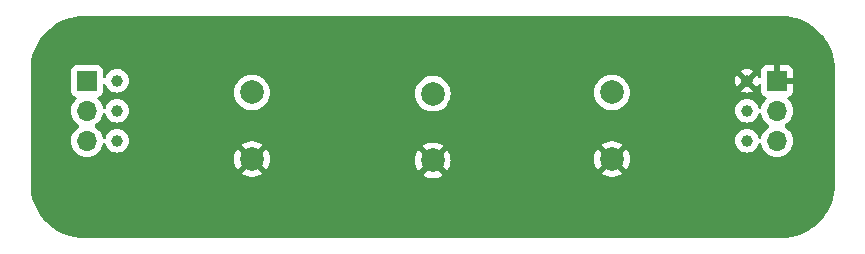
<source format=gbr>
%TF.GenerationSoftware,KiCad,Pcbnew,8.0.1*%
%TF.CreationDate,2024-08-17T00:08:37+01:00*%
%TF.ProjectId,ProjectALIENExpansionDemoButtons,50726f6a-6563-4744-914c-49454e457870,rev?*%
%TF.SameCoordinates,Original*%
%TF.FileFunction,Copper,L2,Bot*%
%TF.FilePolarity,Positive*%
%FSLAX46Y46*%
G04 Gerber Fmt 4.6, Leading zero omitted, Abs format (unit mm)*
G04 Created by KiCad (PCBNEW 8.0.1) date 2024-08-17 00:08:37*
%MOMM*%
%LPD*%
G01*
G04 APERTURE LIST*
%TA.AperFunction,ComponentPad*%
%ADD10C,2.000000*%
%TD*%
%TA.AperFunction,ComponentPad*%
%ADD11C,1.000000*%
%TD*%
%TA.AperFunction,ComponentPad*%
%ADD12R,1.700000X1.700000*%
%TD*%
%TA.AperFunction,ComponentPad*%
%ADD13O,1.700000X1.700000*%
%TD*%
G04 APERTURE END LIST*
D10*
%TO.P,SW3,1,1*%
%TO.N,D13*%
X153670000Y-126715000D03*
%TO.P,SW3,2,2*%
%TO.N,GND*%
X153670000Y-132365000D03*
%TD*%
%TO.P,SW2,1,1*%
%TO.N,D12*%
X138500000Y-126815000D03*
%TO.P,SW2,2,2*%
%TO.N,GND*%
X138500000Y-132465000D03*
%TD*%
%TO.P,SW1,1,1*%
%TO.N,D11*%
X123190000Y-126715000D03*
%TO.P,SW1,2,2*%
%TO.N,GND*%
X123190000Y-132365000D03*
%TD*%
D11*
%TO.P,TP2,1,1*%
%TO.N,D12*%
X111760000Y-128270000D03*
%TD*%
%TO.P,TP5,1,1*%
%TO.N,+3.3V*%
X165100000Y-128270000D03*
%TD*%
%TO.P,TP3,1,1*%
%TO.N,D13*%
X111760000Y-130810000D03*
%TD*%
%TO.P,TP4,1,1*%
%TO.N,GND*%
X165100000Y-125730000D03*
%TD*%
%TO.P,TP6,1,1*%
%TO.N,+5V*%
X165100000Y-130810000D03*
%TD*%
%TO.P,TP1,1,1*%
%TO.N,D11*%
X111760000Y-125730000D03*
%TD*%
D12*
%TO.P,J1,1,Pin_1*%
%TO.N,D11*%
X109220000Y-125730000D03*
D13*
%TO.P,J1,2,Pin_2*%
%TO.N,D12*%
X109220000Y-128270000D03*
%TO.P,J1,3,Pin_3*%
%TO.N,D13*%
X109220000Y-130810000D03*
%TD*%
D12*
%TO.P,J2,1,Pin_1*%
%TO.N,GND*%
X167640000Y-125730000D03*
D13*
%TO.P,J2,2,Pin_2*%
%TO.N,+3.3V*%
X167640000Y-128270000D03*
%TO.P,J2,3,Pin_3*%
%TO.N,+5V*%
X167640000Y-130810000D03*
%TD*%
%TA.AperFunction,Conductor*%
%TO.N,GND*%
G36*
X168052702Y-120250617D02*
G01*
X168436771Y-120267386D01*
X168447506Y-120268326D01*
X168825971Y-120318152D01*
X168836597Y-120320025D01*
X169209284Y-120402648D01*
X169219710Y-120405442D01*
X169583765Y-120520227D01*
X169593911Y-120523920D01*
X169946578Y-120670000D01*
X169956369Y-120674566D01*
X170294942Y-120850816D01*
X170304310Y-120856224D01*
X170626244Y-121061318D01*
X170635105Y-121067523D01*
X170937930Y-121299889D01*
X170946217Y-121306843D01*
X171227635Y-121564715D01*
X171235284Y-121572364D01*
X171493156Y-121853782D01*
X171500110Y-121862069D01*
X171732476Y-122164894D01*
X171738681Y-122173755D01*
X171943775Y-122495689D01*
X171949183Y-122505057D01*
X172125430Y-122843623D01*
X172130002Y-122853427D01*
X172276075Y-123206078D01*
X172279775Y-123216244D01*
X172394554Y-123580278D01*
X172397354Y-123590727D01*
X172479971Y-123963389D01*
X172481849Y-123974042D01*
X172531671Y-124352473D01*
X172532614Y-124363249D01*
X172549382Y-124747297D01*
X172549500Y-124752706D01*
X172549500Y-134527293D01*
X172549382Y-134532702D01*
X172532614Y-134916750D01*
X172531671Y-134927526D01*
X172481849Y-135305957D01*
X172479971Y-135316610D01*
X172397354Y-135689272D01*
X172394554Y-135699721D01*
X172279775Y-136063755D01*
X172276075Y-136073921D01*
X172130002Y-136426572D01*
X172125430Y-136436376D01*
X171949183Y-136774942D01*
X171943775Y-136784310D01*
X171738681Y-137106244D01*
X171732476Y-137115105D01*
X171500110Y-137417930D01*
X171493156Y-137426217D01*
X171235284Y-137707635D01*
X171227635Y-137715284D01*
X170946217Y-137973156D01*
X170937930Y-137980110D01*
X170635105Y-138212476D01*
X170626244Y-138218681D01*
X170304310Y-138423775D01*
X170294942Y-138429183D01*
X169956376Y-138605430D01*
X169946572Y-138610002D01*
X169593921Y-138756075D01*
X169583755Y-138759775D01*
X169219721Y-138874554D01*
X169209272Y-138877354D01*
X168836610Y-138959971D01*
X168825957Y-138961849D01*
X168447526Y-139011671D01*
X168436750Y-139012614D01*
X168052703Y-139029382D01*
X168047294Y-139029500D01*
X108952706Y-139029500D01*
X108947297Y-139029382D01*
X108563249Y-139012614D01*
X108552473Y-139011671D01*
X108174042Y-138961849D01*
X108163389Y-138959971D01*
X107790727Y-138877354D01*
X107780278Y-138874554D01*
X107416244Y-138759775D01*
X107406078Y-138756075D01*
X107053427Y-138610002D01*
X107043623Y-138605430D01*
X106705057Y-138429183D01*
X106695689Y-138423775D01*
X106373755Y-138218681D01*
X106364894Y-138212476D01*
X106062069Y-137980110D01*
X106053782Y-137973156D01*
X105772364Y-137715284D01*
X105764715Y-137707635D01*
X105506843Y-137426217D01*
X105499889Y-137417930D01*
X105267523Y-137115105D01*
X105261318Y-137106244D01*
X105056224Y-136784310D01*
X105050816Y-136774942D01*
X104874569Y-136436376D01*
X104869997Y-136426572D01*
X104723924Y-136073921D01*
X104720224Y-136063755D01*
X104605442Y-135699710D01*
X104602648Y-135689284D01*
X104520025Y-135316597D01*
X104518152Y-135305971D01*
X104468326Y-134927506D01*
X104467386Y-134916771D01*
X104450618Y-134532702D01*
X104450500Y-134527293D01*
X104450500Y-132365005D01*
X121684859Y-132365005D01*
X121705385Y-132612729D01*
X121705387Y-132612738D01*
X121766412Y-132853717D01*
X121866266Y-133081364D01*
X121966564Y-133234882D01*
X122666212Y-132535234D01*
X122677482Y-132577292D01*
X122749890Y-132702708D01*
X122852292Y-132805110D01*
X122977708Y-132877518D01*
X123019765Y-132888787D01*
X122319942Y-133588609D01*
X122366768Y-133625055D01*
X122366770Y-133625056D01*
X122585385Y-133743364D01*
X122585396Y-133743369D01*
X122820506Y-133824083D01*
X123065707Y-133865000D01*
X123314293Y-133865000D01*
X123559493Y-133824083D01*
X123794603Y-133743369D01*
X123794614Y-133743364D01*
X124013228Y-133625057D01*
X124013231Y-133625055D01*
X124060056Y-133588609D01*
X123360234Y-132888787D01*
X123402292Y-132877518D01*
X123527708Y-132805110D01*
X123630110Y-132702708D01*
X123702518Y-132577292D01*
X123713787Y-132535235D01*
X124413434Y-133234882D01*
X124513731Y-133081369D01*
X124613587Y-132853717D01*
X124674612Y-132612738D01*
X124674614Y-132612729D01*
X124686855Y-132465005D01*
X136994859Y-132465005D01*
X137015385Y-132712729D01*
X137015387Y-132712738D01*
X137076412Y-132953717D01*
X137176266Y-133181364D01*
X137276564Y-133334882D01*
X137976212Y-132635234D01*
X137987482Y-132677292D01*
X138059890Y-132802708D01*
X138162292Y-132905110D01*
X138287708Y-132977518D01*
X138329765Y-132988787D01*
X137629942Y-133688609D01*
X137676768Y-133725055D01*
X137676770Y-133725056D01*
X137895385Y-133843364D01*
X137895396Y-133843369D01*
X138130506Y-133924083D01*
X138375707Y-133965000D01*
X138624293Y-133965000D01*
X138869493Y-133924083D01*
X139104603Y-133843369D01*
X139104614Y-133843364D01*
X139323228Y-133725057D01*
X139323231Y-133725055D01*
X139370056Y-133688609D01*
X138670234Y-132988787D01*
X138712292Y-132977518D01*
X138837708Y-132905110D01*
X138940110Y-132802708D01*
X139012518Y-132677292D01*
X139023787Y-132635235D01*
X139723434Y-133334882D01*
X139823731Y-133181369D01*
X139923587Y-132953717D01*
X139984612Y-132712738D01*
X139984614Y-132712729D01*
X140005141Y-132465005D01*
X140005141Y-132464994D01*
X139996856Y-132365005D01*
X152164859Y-132365005D01*
X152185385Y-132612729D01*
X152185387Y-132612738D01*
X152246412Y-132853717D01*
X152346266Y-133081364D01*
X152446564Y-133234882D01*
X153146212Y-132535234D01*
X153157482Y-132577292D01*
X153229890Y-132702708D01*
X153332292Y-132805110D01*
X153457708Y-132877518D01*
X153499765Y-132888787D01*
X152799942Y-133588609D01*
X152846768Y-133625055D01*
X152846770Y-133625056D01*
X153065385Y-133743364D01*
X153065396Y-133743369D01*
X153300506Y-133824083D01*
X153545707Y-133865000D01*
X153794293Y-133865000D01*
X154039493Y-133824083D01*
X154274603Y-133743369D01*
X154274614Y-133743364D01*
X154493228Y-133625057D01*
X154493231Y-133625055D01*
X154540056Y-133588609D01*
X153840234Y-132888787D01*
X153882292Y-132877518D01*
X154007708Y-132805110D01*
X154110110Y-132702708D01*
X154182518Y-132577292D01*
X154193787Y-132535235D01*
X154893434Y-133234882D01*
X154993731Y-133081369D01*
X155093587Y-132853717D01*
X155154612Y-132612738D01*
X155154614Y-132612729D01*
X155175141Y-132365005D01*
X155175141Y-132364994D01*
X155154614Y-132117270D01*
X155154612Y-132117261D01*
X155093587Y-131876282D01*
X154993731Y-131648630D01*
X154893434Y-131495116D01*
X154193787Y-132194764D01*
X154182518Y-132152708D01*
X154110110Y-132027292D01*
X154007708Y-131924890D01*
X153882292Y-131852482D01*
X153840235Y-131841212D01*
X154540057Y-131141390D01*
X154540056Y-131141389D01*
X154493229Y-131104943D01*
X154274614Y-130986635D01*
X154274603Y-130986630D01*
X154039493Y-130905916D01*
X153794293Y-130865000D01*
X153545707Y-130865000D01*
X153300506Y-130905916D01*
X153065396Y-130986630D01*
X153065390Y-130986632D01*
X152846761Y-131104949D01*
X152799942Y-131141388D01*
X152799942Y-131141390D01*
X153499765Y-131841212D01*
X153457708Y-131852482D01*
X153332292Y-131924890D01*
X153229890Y-132027292D01*
X153157482Y-132152708D01*
X153146212Y-132194764D01*
X152446564Y-131495116D01*
X152346267Y-131648632D01*
X152246412Y-131876282D01*
X152185387Y-132117261D01*
X152185385Y-132117270D01*
X152164859Y-132364994D01*
X152164859Y-132365005D01*
X139996856Y-132365005D01*
X139984614Y-132217270D01*
X139984612Y-132217261D01*
X139923587Y-131976282D01*
X139823731Y-131748630D01*
X139723434Y-131595116D01*
X139023787Y-132294764D01*
X139012518Y-132252708D01*
X138940110Y-132127292D01*
X138837708Y-132024890D01*
X138712292Y-131952482D01*
X138670235Y-131941212D01*
X139370057Y-131241390D01*
X139370056Y-131241389D01*
X139323229Y-131204943D01*
X139104614Y-131086635D01*
X139104603Y-131086630D01*
X138869493Y-131005916D01*
X138624293Y-130965000D01*
X138375707Y-130965000D01*
X138130506Y-131005916D01*
X137895396Y-131086630D01*
X137895390Y-131086632D01*
X137676761Y-131204949D01*
X137629942Y-131241388D01*
X137629942Y-131241390D01*
X138329765Y-131941212D01*
X138287708Y-131952482D01*
X138162292Y-132024890D01*
X138059890Y-132127292D01*
X137987482Y-132252708D01*
X137976212Y-132294764D01*
X137276564Y-131595116D01*
X137176267Y-131748632D01*
X137076412Y-131976282D01*
X137015387Y-132217261D01*
X137015385Y-132217270D01*
X136994859Y-132464994D01*
X136994859Y-132465005D01*
X124686855Y-132465005D01*
X124695141Y-132365005D01*
X124695141Y-132364994D01*
X124674614Y-132117270D01*
X124674612Y-132117261D01*
X124613587Y-131876282D01*
X124513731Y-131648630D01*
X124413434Y-131495116D01*
X123713787Y-132194764D01*
X123702518Y-132152708D01*
X123630110Y-132027292D01*
X123527708Y-131924890D01*
X123402292Y-131852482D01*
X123360235Y-131841212D01*
X124060057Y-131141390D01*
X124060056Y-131141389D01*
X124013229Y-131104943D01*
X123794614Y-130986635D01*
X123794603Y-130986630D01*
X123559493Y-130905916D01*
X123314293Y-130865000D01*
X123065707Y-130865000D01*
X122820506Y-130905916D01*
X122585396Y-130986630D01*
X122585390Y-130986632D01*
X122366761Y-131104949D01*
X122319942Y-131141388D01*
X122319942Y-131141390D01*
X123019765Y-131841212D01*
X122977708Y-131852482D01*
X122852292Y-131924890D01*
X122749890Y-132027292D01*
X122677482Y-132152708D01*
X122666212Y-132194764D01*
X121966564Y-131495116D01*
X121866267Y-131648632D01*
X121766412Y-131876282D01*
X121705387Y-132117261D01*
X121705385Y-132117270D01*
X121684859Y-132364994D01*
X121684859Y-132365005D01*
X104450500Y-132365005D01*
X104450500Y-130810000D01*
X107864341Y-130810000D01*
X107884936Y-131045403D01*
X107884938Y-131045413D01*
X107946094Y-131273655D01*
X107946096Y-131273659D01*
X107946097Y-131273663D01*
X107990338Y-131368538D01*
X108045965Y-131487830D01*
X108045967Y-131487834D01*
X108154281Y-131642521D01*
X108181505Y-131681401D01*
X108348599Y-131848495D01*
X108388283Y-131876282D01*
X108542165Y-131984032D01*
X108542167Y-131984033D01*
X108542170Y-131984035D01*
X108756337Y-132083903D01*
X108984592Y-132145063D01*
X109172918Y-132161539D01*
X109219999Y-132165659D01*
X109220000Y-132165659D01*
X109220001Y-132165659D01*
X109259234Y-132162226D01*
X109455408Y-132145063D01*
X109683663Y-132083903D01*
X109897830Y-131984035D01*
X110091401Y-131848495D01*
X110258495Y-131681401D01*
X110394035Y-131487830D01*
X110493903Y-131273663D01*
X110550940Y-131060795D01*
X110587303Y-131001137D01*
X110650150Y-130970607D01*
X110719526Y-130978901D01*
X110773404Y-131023386D01*
X110789374Y-131056894D01*
X110831186Y-131194728D01*
X110924086Y-131368532D01*
X110924090Y-131368539D01*
X111049116Y-131520883D01*
X111201460Y-131645909D01*
X111201467Y-131645913D01*
X111375266Y-131738811D01*
X111375269Y-131738811D01*
X111375273Y-131738814D01*
X111563868Y-131796024D01*
X111760000Y-131815341D01*
X111956132Y-131796024D01*
X112144727Y-131738814D01*
X112318538Y-131645910D01*
X112470883Y-131520883D01*
X112595910Y-131368538D01*
X112683350Y-131204949D01*
X112688811Y-131194733D01*
X112688813Y-131194728D01*
X112688814Y-131194727D01*
X112746024Y-131006132D01*
X112765341Y-130810000D01*
X164094659Y-130810000D01*
X164113975Y-131006129D01*
X164171188Y-131194733D01*
X164264086Y-131368532D01*
X164264090Y-131368539D01*
X164389116Y-131520883D01*
X164541460Y-131645909D01*
X164541467Y-131645913D01*
X164715266Y-131738811D01*
X164715269Y-131738811D01*
X164715273Y-131738814D01*
X164903868Y-131796024D01*
X165100000Y-131815341D01*
X165296132Y-131796024D01*
X165484727Y-131738814D01*
X165658538Y-131645910D01*
X165810883Y-131520883D01*
X165935910Y-131368538D01*
X166023350Y-131204949D01*
X166028812Y-131194731D01*
X166028813Y-131194728D01*
X166028814Y-131194727D01*
X166070626Y-131056891D01*
X166108922Y-130998456D01*
X166172734Y-130970000D01*
X166241801Y-130980560D01*
X166294194Y-131026784D01*
X166309060Y-131060797D01*
X166366094Y-131273655D01*
X166366096Y-131273659D01*
X166366097Y-131273663D01*
X166410338Y-131368538D01*
X166465965Y-131487830D01*
X166465967Y-131487834D01*
X166574281Y-131642521D01*
X166601505Y-131681401D01*
X166768599Y-131848495D01*
X166808283Y-131876282D01*
X166962165Y-131984032D01*
X166962167Y-131984033D01*
X166962170Y-131984035D01*
X167176337Y-132083903D01*
X167404592Y-132145063D01*
X167592918Y-132161539D01*
X167639999Y-132165659D01*
X167640000Y-132165659D01*
X167640001Y-132165659D01*
X167679234Y-132162226D01*
X167875408Y-132145063D01*
X168103663Y-132083903D01*
X168317830Y-131984035D01*
X168511401Y-131848495D01*
X168678495Y-131681401D01*
X168814035Y-131487830D01*
X168913903Y-131273663D01*
X168975063Y-131045408D01*
X168995659Y-130810000D01*
X168975063Y-130574592D01*
X168913903Y-130346337D01*
X168814035Y-130132171D01*
X168790891Y-130099117D01*
X168678494Y-129938597D01*
X168511402Y-129771506D01*
X168511396Y-129771501D01*
X168325842Y-129641575D01*
X168282217Y-129586998D01*
X168275023Y-129517500D01*
X168306546Y-129455145D01*
X168325842Y-129438425D01*
X168348026Y-129422891D01*
X168511401Y-129308495D01*
X168678495Y-129141401D01*
X168814035Y-128947830D01*
X168913903Y-128733663D01*
X168975063Y-128505408D01*
X168995659Y-128270000D01*
X168975063Y-128034592D01*
X168913903Y-127806337D01*
X168814035Y-127592171D01*
X168790890Y-127559117D01*
X168678496Y-127398600D01*
X168621082Y-127341186D01*
X168556179Y-127276283D01*
X168522696Y-127214963D01*
X168527680Y-127145271D01*
X168569551Y-127089337D01*
X168600529Y-127072422D01*
X168732086Y-127023354D01*
X168732093Y-127023350D01*
X168847187Y-126937190D01*
X168847190Y-126937187D01*
X168933350Y-126822093D01*
X168933354Y-126822086D01*
X168983596Y-126687379D01*
X168983598Y-126687372D01*
X168989999Y-126627844D01*
X168990000Y-126627827D01*
X168990000Y-125980000D01*
X168073012Y-125980000D01*
X168105925Y-125922993D01*
X168140000Y-125795826D01*
X168140000Y-125664174D01*
X168105925Y-125537007D01*
X168073012Y-125480000D01*
X168990000Y-125480000D01*
X168990000Y-124832172D01*
X168989999Y-124832155D01*
X168983598Y-124772627D01*
X168983596Y-124772620D01*
X168933354Y-124637913D01*
X168933350Y-124637906D01*
X168847190Y-124522812D01*
X168847187Y-124522809D01*
X168732093Y-124436649D01*
X168732086Y-124436645D01*
X168597379Y-124386403D01*
X168597372Y-124386401D01*
X168537844Y-124380000D01*
X167890000Y-124380000D01*
X167890000Y-125296988D01*
X167832993Y-125264075D01*
X167705826Y-125230000D01*
X167574174Y-125230000D01*
X167447007Y-125264075D01*
X167390000Y-125296988D01*
X167390000Y-124380000D01*
X166742155Y-124380000D01*
X166682627Y-124386401D01*
X166682620Y-124386403D01*
X166547913Y-124436645D01*
X166547906Y-124436649D01*
X166432812Y-124522809D01*
X166432809Y-124522812D01*
X166346649Y-124637906D01*
X166346645Y-124637913D01*
X166296403Y-124772620D01*
X166296401Y-124772627D01*
X166290000Y-124832155D01*
X166290000Y-125372069D01*
X166270315Y-125439108D01*
X166217511Y-125484863D01*
X166148353Y-125494807D01*
X166084797Y-125465782D01*
X166047340Y-125408065D01*
X166028350Y-125345465D01*
X165962075Y-125221476D01*
X165453553Y-125729999D01*
X165453553Y-125730000D01*
X165962076Y-126238523D01*
X166028348Y-126114537D01*
X166047339Y-126051935D01*
X166085637Y-125993496D01*
X166149449Y-125965040D01*
X166218516Y-125975600D01*
X166270910Y-126021824D01*
X166290000Y-126087930D01*
X166290000Y-126627844D01*
X166296401Y-126687372D01*
X166296403Y-126687379D01*
X166346645Y-126822086D01*
X166346649Y-126822093D01*
X166432809Y-126937187D01*
X166432812Y-126937190D01*
X166547906Y-127023350D01*
X166547913Y-127023354D01*
X166679470Y-127072421D01*
X166735403Y-127114292D01*
X166759821Y-127179756D01*
X166744970Y-127248029D01*
X166723819Y-127276284D01*
X166601503Y-127398600D01*
X166465965Y-127592169D01*
X166465964Y-127592171D01*
X166366098Y-127806335D01*
X166366094Y-127806344D01*
X166309060Y-128019202D01*
X166272695Y-128078863D01*
X166209848Y-128109392D01*
X166140473Y-128101097D01*
X166086595Y-128056612D01*
X166070626Y-128023108D01*
X166028814Y-127885273D01*
X166028812Y-127885270D01*
X166028812Y-127885268D01*
X165935913Y-127711467D01*
X165935909Y-127711460D01*
X165810883Y-127559116D01*
X165658539Y-127434090D01*
X165658532Y-127434086D01*
X165484733Y-127341188D01*
X165484727Y-127341186D01*
X165296132Y-127283976D01*
X165296129Y-127283975D01*
X165100000Y-127264659D01*
X164903870Y-127283975D01*
X164715266Y-127341188D01*
X164541467Y-127434086D01*
X164541460Y-127434090D01*
X164389116Y-127559116D01*
X164264090Y-127711460D01*
X164264086Y-127711467D01*
X164171188Y-127885266D01*
X164113975Y-128073870D01*
X164094659Y-128270000D01*
X164113975Y-128466129D01*
X164171188Y-128654733D01*
X164264086Y-128828532D01*
X164264090Y-128828539D01*
X164389116Y-128980883D01*
X164541460Y-129105909D01*
X164541467Y-129105913D01*
X164715266Y-129198811D01*
X164715269Y-129198811D01*
X164715273Y-129198814D01*
X164903868Y-129256024D01*
X165100000Y-129275341D01*
X165296132Y-129256024D01*
X165484727Y-129198814D01*
X165658538Y-129105910D01*
X165810883Y-128980883D01*
X165935910Y-128828538D01*
X166028814Y-128654727D01*
X166070626Y-128516891D01*
X166108922Y-128458456D01*
X166172734Y-128430000D01*
X166241801Y-128440560D01*
X166294194Y-128486784D01*
X166309060Y-128520797D01*
X166366094Y-128733655D01*
X166366096Y-128733659D01*
X166366097Y-128733663D01*
X166410338Y-128828538D01*
X166465965Y-128947830D01*
X166465967Y-128947834D01*
X166601501Y-129141395D01*
X166601506Y-129141402D01*
X166768597Y-129308493D01*
X166768603Y-129308498D01*
X166954158Y-129438425D01*
X166997783Y-129493002D01*
X167004977Y-129562500D01*
X166973454Y-129624855D01*
X166954158Y-129641575D01*
X166768597Y-129771505D01*
X166601505Y-129938597D01*
X166465965Y-130132169D01*
X166465964Y-130132171D01*
X166366098Y-130346335D01*
X166366094Y-130346344D01*
X166309060Y-130559202D01*
X166272695Y-130618863D01*
X166209848Y-130649392D01*
X166140473Y-130641097D01*
X166086595Y-130596612D01*
X166070626Y-130563108D01*
X166028814Y-130425273D01*
X166028812Y-130425270D01*
X166028812Y-130425268D01*
X165935913Y-130251467D01*
X165935909Y-130251460D01*
X165810883Y-130099116D01*
X165658539Y-129974090D01*
X165658532Y-129974086D01*
X165484733Y-129881188D01*
X165484727Y-129881186D01*
X165296132Y-129823976D01*
X165296129Y-129823975D01*
X165100000Y-129804659D01*
X164903870Y-129823975D01*
X164715266Y-129881188D01*
X164541467Y-129974086D01*
X164541460Y-129974090D01*
X164389116Y-130099116D01*
X164264090Y-130251460D01*
X164264086Y-130251467D01*
X164171188Y-130425266D01*
X164113975Y-130613870D01*
X164094659Y-130810000D01*
X112765341Y-130810000D01*
X112746024Y-130613868D01*
X112688814Y-130425273D01*
X112688811Y-130425269D01*
X112688811Y-130425266D01*
X112595913Y-130251467D01*
X112595909Y-130251460D01*
X112470883Y-130099116D01*
X112318539Y-129974090D01*
X112318532Y-129974086D01*
X112144733Y-129881188D01*
X112144727Y-129881186D01*
X111956132Y-129823976D01*
X111956129Y-129823975D01*
X111760000Y-129804659D01*
X111563870Y-129823975D01*
X111375266Y-129881188D01*
X111201467Y-129974086D01*
X111201460Y-129974090D01*
X111049116Y-130099116D01*
X110924090Y-130251460D01*
X110924086Y-130251467D01*
X110831186Y-130425271D01*
X110789374Y-130563105D01*
X110751077Y-130621543D01*
X110687264Y-130650000D01*
X110618197Y-130639439D01*
X110565804Y-130593214D01*
X110550939Y-130559202D01*
X110493905Y-130346344D01*
X110493904Y-130346343D01*
X110493903Y-130346337D01*
X110394035Y-130132171D01*
X110370891Y-130099117D01*
X110258494Y-129938597D01*
X110091402Y-129771506D01*
X110091396Y-129771501D01*
X109905842Y-129641575D01*
X109862217Y-129586998D01*
X109855023Y-129517500D01*
X109886546Y-129455145D01*
X109905842Y-129438425D01*
X109928026Y-129422891D01*
X110091401Y-129308495D01*
X110258495Y-129141401D01*
X110394035Y-128947830D01*
X110493903Y-128733663D01*
X110550940Y-128520795D01*
X110587303Y-128461137D01*
X110650150Y-128430607D01*
X110719526Y-128438901D01*
X110773404Y-128483386D01*
X110789374Y-128516894D01*
X110831186Y-128654728D01*
X110924086Y-128828532D01*
X110924090Y-128828539D01*
X111049116Y-128980883D01*
X111201460Y-129105909D01*
X111201467Y-129105913D01*
X111375266Y-129198811D01*
X111375269Y-129198811D01*
X111375273Y-129198814D01*
X111563868Y-129256024D01*
X111760000Y-129275341D01*
X111956132Y-129256024D01*
X112144727Y-129198814D01*
X112318538Y-129105910D01*
X112470883Y-128980883D01*
X112595910Y-128828538D01*
X112688814Y-128654727D01*
X112746024Y-128466132D01*
X112765341Y-128270000D01*
X112746024Y-128073868D01*
X112688814Y-127885273D01*
X112688811Y-127885269D01*
X112688811Y-127885266D01*
X112595913Y-127711467D01*
X112595909Y-127711460D01*
X112470883Y-127559116D01*
X112318539Y-127434090D01*
X112318532Y-127434086D01*
X112144733Y-127341188D01*
X112144727Y-127341186D01*
X111956132Y-127283976D01*
X111956129Y-127283975D01*
X111760000Y-127264659D01*
X111563870Y-127283975D01*
X111375266Y-127341188D01*
X111201467Y-127434086D01*
X111201460Y-127434090D01*
X111049116Y-127559116D01*
X110924090Y-127711460D01*
X110924086Y-127711467D01*
X110831186Y-127885271D01*
X110789374Y-128023105D01*
X110751077Y-128081543D01*
X110687264Y-128110000D01*
X110618197Y-128099439D01*
X110565804Y-128053214D01*
X110550939Y-128019202D01*
X110539222Y-127975474D01*
X110493903Y-127806337D01*
X110394035Y-127592171D01*
X110370890Y-127559117D01*
X110258496Y-127398600D01*
X110201082Y-127341186D01*
X110136567Y-127276671D01*
X110103084Y-127215351D01*
X110108068Y-127145659D01*
X110149939Y-127089725D01*
X110180915Y-127072810D01*
X110312331Y-127023796D01*
X110427546Y-126937546D01*
X110513796Y-126822331D01*
X110564091Y-126687483D01*
X110570500Y-126627873D01*
X110570499Y-126091296D01*
X110590183Y-126024260D01*
X110642987Y-125978505D01*
X110712146Y-125968561D01*
X110775702Y-125997586D01*
X110813159Y-126055303D01*
X110831186Y-126114728D01*
X110924086Y-126288532D01*
X110924090Y-126288539D01*
X111049116Y-126440883D01*
X111201460Y-126565909D01*
X111201467Y-126565913D01*
X111375266Y-126658811D01*
X111375269Y-126658811D01*
X111375273Y-126658814D01*
X111563868Y-126716024D01*
X111760000Y-126735341D01*
X111956132Y-126716024D01*
X111959491Y-126715005D01*
X121684357Y-126715005D01*
X121704890Y-126962812D01*
X121704892Y-126962824D01*
X121765936Y-127203881D01*
X121865826Y-127431606D01*
X122001833Y-127639782D01*
X122001836Y-127639785D01*
X122170256Y-127822738D01*
X122366491Y-127975474D01*
X122585190Y-128093828D01*
X122820386Y-128174571D01*
X123065665Y-128215500D01*
X123314335Y-128215500D01*
X123559614Y-128174571D01*
X123794810Y-128093828D01*
X124013509Y-127975474D01*
X124209744Y-127822738D01*
X124378164Y-127639785D01*
X124514173Y-127431607D01*
X124614063Y-127203881D01*
X124675108Y-126962821D01*
X124675109Y-126962812D01*
X124687357Y-126815005D01*
X136994357Y-126815005D01*
X137014890Y-127062812D01*
X137014892Y-127062824D01*
X137075936Y-127303881D01*
X137175826Y-127531606D01*
X137311833Y-127739782D01*
X137311836Y-127739785D01*
X137480256Y-127922738D01*
X137676491Y-128075474D01*
X137895190Y-128193828D01*
X138130386Y-128274571D01*
X138375665Y-128315500D01*
X138624335Y-128315500D01*
X138869614Y-128274571D01*
X139104810Y-128193828D01*
X139323509Y-128075474D01*
X139519744Y-127922738D01*
X139688164Y-127739785D01*
X139824173Y-127531607D01*
X139924063Y-127303881D01*
X139985108Y-127062821D01*
X139988342Y-127023793D01*
X140005643Y-126815005D01*
X140005643Y-126814989D01*
X139997358Y-126715005D01*
X152164357Y-126715005D01*
X152184890Y-126962812D01*
X152184892Y-126962824D01*
X152245936Y-127203881D01*
X152345826Y-127431606D01*
X152481833Y-127639782D01*
X152481836Y-127639785D01*
X152650256Y-127822738D01*
X152846491Y-127975474D01*
X153065190Y-128093828D01*
X153300386Y-128174571D01*
X153545665Y-128215500D01*
X153794335Y-128215500D01*
X154039614Y-128174571D01*
X154274810Y-128093828D01*
X154493509Y-127975474D01*
X154689744Y-127822738D01*
X154858164Y-127639785D01*
X154994173Y-127431607D01*
X155094063Y-127203881D01*
X155155108Y-126962821D01*
X155155109Y-126962812D01*
X155175643Y-126715005D01*
X155175643Y-126714994D01*
X155165458Y-126592075D01*
X164591476Y-126592075D01*
X164715462Y-126658348D01*
X164903969Y-126715531D01*
X164903965Y-126715531D01*
X165100000Y-126734838D01*
X165296032Y-126715531D01*
X165484537Y-126658348D01*
X165608523Y-126592076D01*
X165608523Y-126592075D01*
X165100001Y-126083553D01*
X165100000Y-126083553D01*
X164591476Y-126592075D01*
X155165458Y-126592075D01*
X155155109Y-126467187D01*
X155155107Y-126467175D01*
X155094063Y-126226118D01*
X154994173Y-125998393D01*
X154858166Y-125790217D01*
X154802732Y-125730000D01*
X164095161Y-125730000D01*
X164114468Y-125926032D01*
X164171651Y-126114537D01*
X164237923Y-126238522D01*
X164696719Y-125779728D01*
X164850000Y-125779728D01*
X164888060Y-125871614D01*
X164958386Y-125941940D01*
X165050272Y-125980000D01*
X165149728Y-125980000D01*
X165241614Y-125941940D01*
X165311940Y-125871614D01*
X165350000Y-125779728D01*
X165350000Y-125680272D01*
X165311940Y-125588386D01*
X165241614Y-125518060D01*
X165149728Y-125480000D01*
X165050272Y-125480000D01*
X164958386Y-125518060D01*
X164888060Y-125588386D01*
X164850000Y-125680272D01*
X164850000Y-125779728D01*
X164696719Y-125779728D01*
X164746447Y-125730000D01*
X164237923Y-125221476D01*
X164171649Y-125345466D01*
X164114468Y-125533967D01*
X164095161Y-125730000D01*
X154802732Y-125730000D01*
X154781800Y-125707262D01*
X154689744Y-125607262D01*
X154493509Y-125454526D01*
X154493507Y-125454525D01*
X154493506Y-125454524D01*
X154274811Y-125336172D01*
X154274802Y-125336169D01*
X154039616Y-125255429D01*
X153794335Y-125214500D01*
X153545665Y-125214500D01*
X153300383Y-125255429D01*
X153065197Y-125336169D01*
X153065188Y-125336172D01*
X152846493Y-125454524D01*
X152650257Y-125607261D01*
X152481833Y-125790217D01*
X152345826Y-125998393D01*
X152245936Y-126226118D01*
X152184892Y-126467175D01*
X152184890Y-126467187D01*
X152164357Y-126714994D01*
X152164357Y-126715005D01*
X139997358Y-126715005D01*
X139985109Y-126567187D01*
X139985107Y-126567175D01*
X139924063Y-126326118D01*
X139824173Y-126098393D01*
X139688166Y-125890217D01*
X139656667Y-125856000D01*
X139519744Y-125707262D01*
X139323509Y-125554526D01*
X139323507Y-125554525D01*
X139323506Y-125554524D01*
X139104811Y-125436172D01*
X139104802Y-125436169D01*
X138869616Y-125355429D01*
X138624335Y-125314500D01*
X138375665Y-125314500D01*
X138130383Y-125355429D01*
X137895197Y-125436169D01*
X137895188Y-125436172D01*
X137676493Y-125554524D01*
X137480257Y-125707261D01*
X137311833Y-125890217D01*
X137175826Y-126098393D01*
X137075936Y-126326118D01*
X137014892Y-126567175D01*
X137014890Y-126567187D01*
X136994357Y-126814989D01*
X136994357Y-126815005D01*
X124687357Y-126815005D01*
X124695643Y-126715005D01*
X124695643Y-126714994D01*
X124675109Y-126467187D01*
X124675107Y-126467175D01*
X124614063Y-126226118D01*
X124514173Y-125998393D01*
X124378166Y-125790217D01*
X124301800Y-125707262D01*
X124209744Y-125607262D01*
X124013509Y-125454526D01*
X124013507Y-125454525D01*
X124013506Y-125454524D01*
X123794811Y-125336172D01*
X123794802Y-125336169D01*
X123559616Y-125255429D01*
X123314335Y-125214500D01*
X123065665Y-125214500D01*
X122820383Y-125255429D01*
X122585197Y-125336169D01*
X122585188Y-125336172D01*
X122366493Y-125454524D01*
X122170257Y-125607261D01*
X122001833Y-125790217D01*
X121865826Y-125998393D01*
X121765936Y-126226118D01*
X121704892Y-126467175D01*
X121704890Y-126467187D01*
X121684357Y-126714994D01*
X121684357Y-126715005D01*
X111959491Y-126715005D01*
X112144727Y-126658814D01*
X112202614Y-126627873D01*
X112316149Y-126567187D01*
X112318538Y-126565910D01*
X112470883Y-126440883D01*
X112595910Y-126288538D01*
X112645413Y-126195925D01*
X112688811Y-126114733D01*
X112688813Y-126114728D01*
X112688814Y-126114727D01*
X112746024Y-125926132D01*
X112765341Y-125730000D01*
X112746024Y-125533868D01*
X112688814Y-125345273D01*
X112688811Y-125345269D01*
X112688811Y-125345266D01*
X112595913Y-125171467D01*
X112595909Y-125171460D01*
X112470883Y-125019116D01*
X112318539Y-124894090D01*
X112318532Y-124894086D01*
X112269585Y-124867923D01*
X164591476Y-124867923D01*
X165100000Y-125376447D01*
X165100001Y-125376447D01*
X165608522Y-124867923D01*
X165484537Y-124801651D01*
X165296030Y-124744468D01*
X165296034Y-124744468D01*
X165100000Y-124725161D01*
X164903967Y-124744468D01*
X164715466Y-124801649D01*
X164591476Y-124867923D01*
X112269585Y-124867923D01*
X112144733Y-124801188D01*
X112144727Y-124801186D01*
X111984911Y-124752706D01*
X111956129Y-124743975D01*
X111760000Y-124724659D01*
X111563870Y-124743975D01*
X111375266Y-124801188D01*
X111201467Y-124894086D01*
X111201460Y-124894090D01*
X111049116Y-125019116D01*
X110924090Y-125171460D01*
X110924086Y-125171467D01*
X110831186Y-125345271D01*
X110813159Y-125404697D01*
X110774861Y-125463136D01*
X110711049Y-125491592D01*
X110641982Y-125481031D01*
X110589589Y-125434806D01*
X110570499Y-125368701D01*
X110570499Y-124832129D01*
X110570498Y-124832123D01*
X110570497Y-124832116D01*
X110564091Y-124772517D01*
X110553629Y-124744468D01*
X110513797Y-124637671D01*
X110513793Y-124637664D01*
X110427547Y-124522455D01*
X110427544Y-124522452D01*
X110312335Y-124436206D01*
X110312328Y-124436202D01*
X110177482Y-124385908D01*
X110177483Y-124385908D01*
X110117883Y-124379501D01*
X110117881Y-124379500D01*
X110117873Y-124379500D01*
X110117864Y-124379500D01*
X108322129Y-124379500D01*
X108322123Y-124379501D01*
X108262516Y-124385908D01*
X108127671Y-124436202D01*
X108127664Y-124436206D01*
X108012455Y-124522452D01*
X108012452Y-124522455D01*
X107926206Y-124637664D01*
X107926202Y-124637671D01*
X107875908Y-124772517D01*
X107869501Y-124832116D01*
X107869501Y-124832123D01*
X107869500Y-124832135D01*
X107869500Y-126627870D01*
X107869501Y-126627876D01*
X107875908Y-126687483D01*
X107926202Y-126822328D01*
X107926206Y-126822335D01*
X108012452Y-126937544D01*
X108012455Y-126937547D01*
X108127664Y-127023793D01*
X108127671Y-127023797D01*
X108259081Y-127072810D01*
X108315015Y-127114681D01*
X108339432Y-127180145D01*
X108324580Y-127248418D01*
X108303430Y-127276673D01*
X108181503Y-127398600D01*
X108045965Y-127592169D01*
X108045964Y-127592171D01*
X107946098Y-127806335D01*
X107946094Y-127806344D01*
X107884938Y-128034586D01*
X107884936Y-128034596D01*
X107864341Y-128269999D01*
X107864341Y-128270000D01*
X107884936Y-128505403D01*
X107884938Y-128505413D01*
X107946094Y-128733655D01*
X107946096Y-128733659D01*
X107946097Y-128733663D01*
X107990338Y-128828538D01*
X108045965Y-128947830D01*
X108045967Y-128947834D01*
X108181501Y-129141395D01*
X108181506Y-129141402D01*
X108348597Y-129308493D01*
X108348603Y-129308498D01*
X108534158Y-129438425D01*
X108577783Y-129493002D01*
X108584977Y-129562500D01*
X108553454Y-129624855D01*
X108534158Y-129641575D01*
X108348597Y-129771505D01*
X108181505Y-129938597D01*
X108045965Y-130132169D01*
X108045964Y-130132171D01*
X107946098Y-130346335D01*
X107946094Y-130346344D01*
X107884938Y-130574586D01*
X107884936Y-130574596D01*
X107864341Y-130809999D01*
X107864341Y-130810000D01*
X104450500Y-130810000D01*
X104450500Y-124752706D01*
X104450618Y-124747297D01*
X104455404Y-124637669D01*
X104467386Y-124363226D01*
X104468326Y-124352495D01*
X104518152Y-123974025D01*
X104520025Y-123963405D01*
X104602649Y-123590709D01*
X104605440Y-123580295D01*
X104720230Y-123216227D01*
X104723917Y-123206095D01*
X104870003Y-122853412D01*
X104874561Y-122843638D01*
X105050822Y-122505045D01*
X105056217Y-122495700D01*
X105261325Y-122173744D01*
X105267515Y-122164905D01*
X105499896Y-121862060D01*
X105506834Y-121853791D01*
X105764726Y-121572352D01*
X105772352Y-121564726D01*
X106053791Y-121306834D01*
X106062060Y-121299896D01*
X106364905Y-121067515D01*
X106373744Y-121061325D01*
X106695700Y-120856217D01*
X106705045Y-120850822D01*
X107043638Y-120674561D01*
X107053412Y-120670003D01*
X107406095Y-120523917D01*
X107416227Y-120520230D01*
X107780295Y-120405440D01*
X107790709Y-120402649D01*
X108163405Y-120320025D01*
X108174025Y-120318152D01*
X108552495Y-120268326D01*
X108563226Y-120267386D01*
X108947297Y-120250617D01*
X108952706Y-120250500D01*
X109015892Y-120250500D01*
X167984108Y-120250500D01*
X168047294Y-120250500D01*
X168052702Y-120250617D01*
G37*
%TD.AperFunction*%
%TD*%
M02*

</source>
